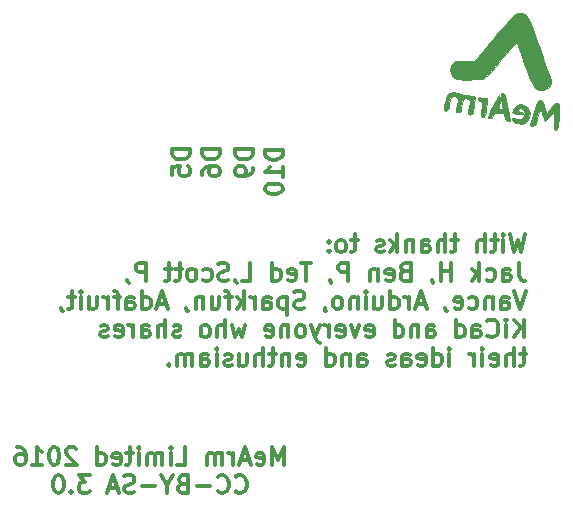
<source format=gbo>
G04 #@! TF.FileFunction,Legend,Bot*
%FSLAX46Y46*%
G04 Gerber Fmt 4.6, Leading zero omitted, Abs format (unit mm)*
G04 Created by KiCad (PCBNEW (2015-01-16 BZR 5376)-product) date 3/31/2016 12:49:39 PM*
%MOMM*%
G01*
G04 APERTURE LIST*
%ADD10C,0.100000*%
%ADD11C,0.300000*%
%ADD12C,2.000000*%
%ADD13R,2.000000X2.000000*%
%ADD14R,2.032000X1.727200*%
%ADD15O,2.032000X1.727200*%
%ADD16C,0.300000*%
%ADD17C,4.800600*%
%ADD18R,4.800600X4.800600*%
%ADD19C,2.750000*%
%ADD20R,1.727200X1.727200*%
%ADD21O,1.727200X1.727200*%
G04 APERTURE END LIST*
D10*
D11*
X132621427Y-119078571D02*
X132621427Y-117578571D01*
X132121427Y-118650000D01*
X131621427Y-117578571D01*
X131621427Y-119078571D01*
X130335713Y-119007143D02*
X130478570Y-119078571D01*
X130764284Y-119078571D01*
X130907141Y-119007143D01*
X130978570Y-118864286D01*
X130978570Y-118292857D01*
X130907141Y-118150000D01*
X130764284Y-118078571D01*
X130478570Y-118078571D01*
X130335713Y-118150000D01*
X130264284Y-118292857D01*
X130264284Y-118435714D01*
X130978570Y-118578571D01*
X129692856Y-118650000D02*
X128978570Y-118650000D01*
X129835713Y-119078571D02*
X129335713Y-117578571D01*
X128835713Y-119078571D01*
X128335713Y-119078571D02*
X128335713Y-118078571D01*
X128335713Y-118364286D02*
X128264285Y-118221429D01*
X128192856Y-118150000D01*
X128049999Y-118078571D01*
X127907142Y-118078571D01*
X127407142Y-119078571D02*
X127407142Y-118078571D01*
X127407142Y-118221429D02*
X127335714Y-118150000D01*
X127192856Y-118078571D01*
X126978571Y-118078571D01*
X126835714Y-118150000D01*
X126764285Y-118292857D01*
X126764285Y-119078571D01*
X126764285Y-118292857D02*
X126692856Y-118150000D01*
X126549999Y-118078571D01*
X126335714Y-118078571D01*
X126192856Y-118150000D01*
X126121428Y-118292857D01*
X126121428Y-119078571D01*
X123549999Y-119078571D02*
X124264285Y-119078571D01*
X124264285Y-117578571D01*
X123049999Y-119078571D02*
X123049999Y-118078571D01*
X123049999Y-117578571D02*
X123121428Y-117650000D01*
X123049999Y-117721429D01*
X122978571Y-117650000D01*
X123049999Y-117578571D01*
X123049999Y-117721429D01*
X122335713Y-119078571D02*
X122335713Y-118078571D01*
X122335713Y-118221429D02*
X122264285Y-118150000D01*
X122121427Y-118078571D01*
X121907142Y-118078571D01*
X121764285Y-118150000D01*
X121692856Y-118292857D01*
X121692856Y-119078571D01*
X121692856Y-118292857D02*
X121621427Y-118150000D01*
X121478570Y-118078571D01*
X121264285Y-118078571D01*
X121121427Y-118150000D01*
X121049999Y-118292857D01*
X121049999Y-119078571D01*
X120335713Y-119078571D02*
X120335713Y-118078571D01*
X120335713Y-117578571D02*
X120407142Y-117650000D01*
X120335713Y-117721429D01*
X120264285Y-117650000D01*
X120335713Y-117578571D01*
X120335713Y-117721429D01*
X119835713Y-118078571D02*
X119264284Y-118078571D01*
X119621427Y-117578571D02*
X119621427Y-118864286D01*
X119549999Y-119007143D01*
X119407141Y-119078571D01*
X119264284Y-119078571D01*
X118192856Y-119007143D02*
X118335713Y-119078571D01*
X118621427Y-119078571D01*
X118764284Y-119007143D01*
X118835713Y-118864286D01*
X118835713Y-118292857D01*
X118764284Y-118150000D01*
X118621427Y-118078571D01*
X118335713Y-118078571D01*
X118192856Y-118150000D01*
X118121427Y-118292857D01*
X118121427Y-118435714D01*
X118835713Y-118578571D01*
X116835713Y-119078571D02*
X116835713Y-117578571D01*
X116835713Y-119007143D02*
X116978570Y-119078571D01*
X117264284Y-119078571D01*
X117407142Y-119007143D01*
X117478570Y-118935714D01*
X117549999Y-118792857D01*
X117549999Y-118364286D01*
X117478570Y-118221429D01*
X117407142Y-118150000D01*
X117264284Y-118078571D01*
X116978570Y-118078571D01*
X116835713Y-118150000D01*
X115049999Y-117721429D02*
X114978570Y-117650000D01*
X114835713Y-117578571D01*
X114478570Y-117578571D01*
X114335713Y-117650000D01*
X114264284Y-117721429D01*
X114192856Y-117864286D01*
X114192856Y-118007143D01*
X114264284Y-118221429D01*
X115121427Y-119078571D01*
X114192856Y-119078571D01*
X113264285Y-117578571D02*
X113121428Y-117578571D01*
X112978571Y-117650000D01*
X112907142Y-117721429D01*
X112835713Y-117864286D01*
X112764285Y-118150000D01*
X112764285Y-118507143D01*
X112835713Y-118792857D01*
X112907142Y-118935714D01*
X112978571Y-119007143D01*
X113121428Y-119078571D01*
X113264285Y-119078571D01*
X113407142Y-119007143D01*
X113478571Y-118935714D01*
X113549999Y-118792857D01*
X113621428Y-118507143D01*
X113621428Y-118150000D01*
X113549999Y-117864286D01*
X113478571Y-117721429D01*
X113407142Y-117650000D01*
X113264285Y-117578571D01*
X111335714Y-119078571D02*
X112192857Y-119078571D01*
X111764285Y-119078571D02*
X111764285Y-117578571D01*
X111907142Y-117792857D01*
X112050000Y-117935714D01*
X112192857Y-118007143D01*
X110050000Y-117578571D02*
X110335714Y-117578571D01*
X110478571Y-117650000D01*
X110550000Y-117721429D01*
X110692857Y-117935714D01*
X110764286Y-118221429D01*
X110764286Y-118792857D01*
X110692857Y-118935714D01*
X110621429Y-119007143D01*
X110478571Y-119078571D01*
X110192857Y-119078571D01*
X110050000Y-119007143D01*
X109978571Y-118935714D01*
X109907143Y-118792857D01*
X109907143Y-118435714D01*
X109978571Y-118292857D01*
X110050000Y-118221429D01*
X110192857Y-118150000D01*
X110478571Y-118150000D01*
X110621429Y-118221429D01*
X110692857Y-118292857D01*
X110764286Y-118435714D01*
X128549999Y-121335714D02*
X128621428Y-121407143D01*
X128835714Y-121478571D01*
X128978571Y-121478571D01*
X129192856Y-121407143D01*
X129335714Y-121264286D01*
X129407142Y-121121429D01*
X129478571Y-120835714D01*
X129478571Y-120621429D01*
X129407142Y-120335714D01*
X129335714Y-120192857D01*
X129192856Y-120050000D01*
X128978571Y-119978571D01*
X128835714Y-119978571D01*
X128621428Y-120050000D01*
X128549999Y-120121429D01*
X127049999Y-121335714D02*
X127121428Y-121407143D01*
X127335714Y-121478571D01*
X127478571Y-121478571D01*
X127692856Y-121407143D01*
X127835714Y-121264286D01*
X127907142Y-121121429D01*
X127978571Y-120835714D01*
X127978571Y-120621429D01*
X127907142Y-120335714D01*
X127835714Y-120192857D01*
X127692856Y-120050000D01*
X127478571Y-119978571D01*
X127335714Y-119978571D01*
X127121428Y-120050000D01*
X127049999Y-120121429D01*
X126407142Y-120907143D02*
X125264285Y-120907143D01*
X124049999Y-120692857D02*
X123835713Y-120764286D01*
X123764285Y-120835714D01*
X123692856Y-120978571D01*
X123692856Y-121192857D01*
X123764285Y-121335714D01*
X123835713Y-121407143D01*
X123978571Y-121478571D01*
X124549999Y-121478571D01*
X124549999Y-119978571D01*
X124049999Y-119978571D01*
X123907142Y-120050000D01*
X123835713Y-120121429D01*
X123764285Y-120264286D01*
X123764285Y-120407143D01*
X123835713Y-120550000D01*
X123907142Y-120621429D01*
X124049999Y-120692857D01*
X124549999Y-120692857D01*
X122764285Y-120764286D02*
X122764285Y-121478571D01*
X123264285Y-119978571D02*
X122764285Y-120764286D01*
X122264285Y-119978571D01*
X121764285Y-120907143D02*
X120621428Y-120907143D01*
X119978571Y-121407143D02*
X119764285Y-121478571D01*
X119407142Y-121478571D01*
X119264285Y-121407143D01*
X119192856Y-121335714D01*
X119121428Y-121192857D01*
X119121428Y-121050000D01*
X119192856Y-120907143D01*
X119264285Y-120835714D01*
X119407142Y-120764286D01*
X119692856Y-120692857D01*
X119835714Y-120621429D01*
X119907142Y-120550000D01*
X119978571Y-120407143D01*
X119978571Y-120264286D01*
X119907142Y-120121429D01*
X119835714Y-120050000D01*
X119692856Y-119978571D01*
X119335714Y-119978571D01*
X119121428Y-120050000D01*
X118550000Y-121050000D02*
X117835714Y-121050000D01*
X118692857Y-121478571D02*
X118192857Y-119978571D01*
X117692857Y-121478571D01*
X116192857Y-119978571D02*
X115264286Y-119978571D01*
X115764286Y-120550000D01*
X115550000Y-120550000D01*
X115407143Y-120621429D01*
X115335714Y-120692857D01*
X115264286Y-120835714D01*
X115264286Y-121192857D01*
X115335714Y-121335714D01*
X115407143Y-121407143D01*
X115550000Y-121478571D01*
X115978572Y-121478571D01*
X116121429Y-121407143D01*
X116192857Y-121335714D01*
X114621429Y-121335714D02*
X114550001Y-121407143D01*
X114621429Y-121478571D01*
X114692858Y-121407143D01*
X114621429Y-121335714D01*
X114621429Y-121478571D01*
X113621429Y-119978571D02*
X113478572Y-119978571D01*
X113335715Y-120050000D01*
X113264286Y-120121429D01*
X113192857Y-120264286D01*
X113121429Y-120550000D01*
X113121429Y-120907143D01*
X113192857Y-121192857D01*
X113264286Y-121335714D01*
X113335715Y-121407143D01*
X113478572Y-121478571D01*
X113621429Y-121478571D01*
X113764286Y-121407143D01*
X113835715Y-121335714D01*
X113907143Y-121192857D01*
X113978572Y-120907143D01*
X113978572Y-120550000D01*
X113907143Y-120264286D01*
X113835715Y-120121429D01*
X113764286Y-120050000D01*
X113621429Y-119978571D01*
X153085714Y-99578571D02*
X152728571Y-101078571D01*
X152442857Y-100007143D01*
X152157143Y-101078571D01*
X151800000Y-99578571D01*
X151228571Y-101078571D02*
X151228571Y-100078571D01*
X151228571Y-99578571D02*
X151300000Y-99650000D01*
X151228571Y-99721429D01*
X151157143Y-99650000D01*
X151228571Y-99578571D01*
X151228571Y-99721429D01*
X150728571Y-100078571D02*
X150157142Y-100078571D01*
X150514285Y-99578571D02*
X150514285Y-100864286D01*
X150442857Y-101007143D01*
X150299999Y-101078571D01*
X150157142Y-101078571D01*
X149657142Y-101078571D02*
X149657142Y-99578571D01*
X149014285Y-101078571D02*
X149014285Y-100292857D01*
X149085714Y-100150000D01*
X149228571Y-100078571D01*
X149442856Y-100078571D01*
X149585714Y-100150000D01*
X149657142Y-100221429D01*
X147371428Y-100078571D02*
X146799999Y-100078571D01*
X147157142Y-99578571D02*
X147157142Y-100864286D01*
X147085714Y-101007143D01*
X146942856Y-101078571D01*
X146799999Y-101078571D01*
X146299999Y-101078571D02*
X146299999Y-99578571D01*
X145657142Y-101078571D02*
X145657142Y-100292857D01*
X145728571Y-100150000D01*
X145871428Y-100078571D01*
X146085713Y-100078571D01*
X146228571Y-100150000D01*
X146299999Y-100221429D01*
X144299999Y-101078571D02*
X144299999Y-100292857D01*
X144371428Y-100150000D01*
X144514285Y-100078571D01*
X144799999Y-100078571D01*
X144942856Y-100150000D01*
X144299999Y-101007143D02*
X144442856Y-101078571D01*
X144799999Y-101078571D01*
X144942856Y-101007143D01*
X145014285Y-100864286D01*
X145014285Y-100721429D01*
X144942856Y-100578571D01*
X144799999Y-100507143D01*
X144442856Y-100507143D01*
X144299999Y-100435714D01*
X143585713Y-100078571D02*
X143585713Y-101078571D01*
X143585713Y-100221429D02*
X143514285Y-100150000D01*
X143371427Y-100078571D01*
X143157142Y-100078571D01*
X143014285Y-100150000D01*
X142942856Y-100292857D01*
X142942856Y-101078571D01*
X142228570Y-101078571D02*
X142228570Y-99578571D01*
X142085713Y-100507143D02*
X141657142Y-101078571D01*
X141657142Y-100078571D02*
X142228570Y-100650000D01*
X141085713Y-101007143D02*
X140942856Y-101078571D01*
X140657141Y-101078571D01*
X140514284Y-101007143D01*
X140442856Y-100864286D01*
X140442856Y-100792857D01*
X140514284Y-100650000D01*
X140657141Y-100578571D01*
X140871427Y-100578571D01*
X141014284Y-100507143D01*
X141085713Y-100364286D01*
X141085713Y-100292857D01*
X141014284Y-100150000D01*
X140871427Y-100078571D01*
X140657141Y-100078571D01*
X140514284Y-100150000D01*
X138871427Y-100078571D02*
X138299998Y-100078571D01*
X138657141Y-99578571D02*
X138657141Y-100864286D01*
X138585713Y-101007143D01*
X138442855Y-101078571D01*
X138299998Y-101078571D01*
X137585712Y-101078571D02*
X137728570Y-101007143D01*
X137799998Y-100935714D01*
X137871427Y-100792857D01*
X137871427Y-100364286D01*
X137799998Y-100221429D01*
X137728570Y-100150000D01*
X137585712Y-100078571D01*
X137371427Y-100078571D01*
X137228570Y-100150000D01*
X137157141Y-100221429D01*
X137085712Y-100364286D01*
X137085712Y-100792857D01*
X137157141Y-100935714D01*
X137228570Y-101007143D01*
X137371427Y-101078571D01*
X137585712Y-101078571D01*
X136442855Y-100935714D02*
X136371427Y-101007143D01*
X136442855Y-101078571D01*
X136514284Y-101007143D01*
X136442855Y-100935714D01*
X136442855Y-101078571D01*
X136442855Y-100150000D02*
X136371427Y-100221429D01*
X136442855Y-100292857D01*
X136514284Y-100221429D01*
X136442855Y-100150000D01*
X136442855Y-100292857D01*
X152514286Y-101978571D02*
X152514286Y-103050000D01*
X152585714Y-103264286D01*
X152728571Y-103407143D01*
X152942857Y-103478571D01*
X153085714Y-103478571D01*
X151157143Y-103478571D02*
X151157143Y-102692857D01*
X151228572Y-102550000D01*
X151371429Y-102478571D01*
X151657143Y-102478571D01*
X151800000Y-102550000D01*
X151157143Y-103407143D02*
X151300000Y-103478571D01*
X151657143Y-103478571D01*
X151800000Y-103407143D01*
X151871429Y-103264286D01*
X151871429Y-103121429D01*
X151800000Y-102978571D01*
X151657143Y-102907143D01*
X151300000Y-102907143D01*
X151157143Y-102835714D01*
X149800000Y-103407143D02*
X149942857Y-103478571D01*
X150228571Y-103478571D01*
X150371429Y-103407143D01*
X150442857Y-103335714D01*
X150514286Y-103192857D01*
X150514286Y-102764286D01*
X150442857Y-102621429D01*
X150371429Y-102550000D01*
X150228571Y-102478571D01*
X149942857Y-102478571D01*
X149800000Y-102550000D01*
X149157143Y-103478571D02*
X149157143Y-101978571D01*
X149014286Y-102907143D02*
X148585715Y-103478571D01*
X148585715Y-102478571D02*
X149157143Y-103050000D01*
X146800000Y-103478571D02*
X146800000Y-101978571D01*
X146800000Y-102692857D02*
X145942857Y-102692857D01*
X145942857Y-103478571D02*
X145942857Y-101978571D01*
X145157143Y-103407143D02*
X145157143Y-103478571D01*
X145228571Y-103621429D01*
X145300000Y-103692857D01*
X142871428Y-102692857D02*
X142657142Y-102764286D01*
X142585714Y-102835714D01*
X142514285Y-102978571D01*
X142514285Y-103192857D01*
X142585714Y-103335714D01*
X142657142Y-103407143D01*
X142800000Y-103478571D01*
X143371428Y-103478571D01*
X143371428Y-101978571D01*
X142871428Y-101978571D01*
X142728571Y-102050000D01*
X142657142Y-102121429D01*
X142585714Y-102264286D01*
X142585714Y-102407143D01*
X142657142Y-102550000D01*
X142728571Y-102621429D01*
X142871428Y-102692857D01*
X143371428Y-102692857D01*
X141300000Y-103407143D02*
X141442857Y-103478571D01*
X141728571Y-103478571D01*
X141871428Y-103407143D01*
X141942857Y-103264286D01*
X141942857Y-102692857D01*
X141871428Y-102550000D01*
X141728571Y-102478571D01*
X141442857Y-102478571D01*
X141300000Y-102550000D01*
X141228571Y-102692857D01*
X141228571Y-102835714D01*
X141942857Y-102978571D01*
X140585714Y-102478571D02*
X140585714Y-103478571D01*
X140585714Y-102621429D02*
X140514286Y-102550000D01*
X140371428Y-102478571D01*
X140157143Y-102478571D01*
X140014286Y-102550000D01*
X139942857Y-102692857D01*
X139942857Y-103478571D01*
X138085714Y-103478571D02*
X138085714Y-101978571D01*
X137514286Y-101978571D01*
X137371428Y-102050000D01*
X137300000Y-102121429D01*
X137228571Y-102264286D01*
X137228571Y-102478571D01*
X137300000Y-102621429D01*
X137371428Y-102692857D01*
X137514286Y-102764286D01*
X138085714Y-102764286D01*
X136514286Y-103407143D02*
X136514286Y-103478571D01*
X136585714Y-103621429D01*
X136657143Y-103692857D01*
X134942857Y-101978571D02*
X134085714Y-101978571D01*
X134514285Y-103478571D02*
X134514285Y-101978571D01*
X133014286Y-103407143D02*
X133157143Y-103478571D01*
X133442857Y-103478571D01*
X133585714Y-103407143D01*
X133657143Y-103264286D01*
X133657143Y-102692857D01*
X133585714Y-102550000D01*
X133442857Y-102478571D01*
X133157143Y-102478571D01*
X133014286Y-102550000D01*
X132942857Y-102692857D01*
X132942857Y-102835714D01*
X133657143Y-102978571D01*
X131657143Y-103478571D02*
X131657143Y-101978571D01*
X131657143Y-103407143D02*
X131800000Y-103478571D01*
X132085714Y-103478571D01*
X132228572Y-103407143D01*
X132300000Y-103335714D01*
X132371429Y-103192857D01*
X132371429Y-102764286D01*
X132300000Y-102621429D01*
X132228572Y-102550000D01*
X132085714Y-102478571D01*
X131800000Y-102478571D01*
X131657143Y-102550000D01*
X129085714Y-103478571D02*
X129800000Y-103478571D01*
X129800000Y-101978571D01*
X128514286Y-103407143D02*
X128514286Y-103478571D01*
X128585714Y-103621429D01*
X128657143Y-103692857D01*
X127942857Y-103407143D02*
X127728571Y-103478571D01*
X127371428Y-103478571D01*
X127228571Y-103407143D01*
X127157142Y-103335714D01*
X127085714Y-103192857D01*
X127085714Y-103050000D01*
X127157142Y-102907143D01*
X127228571Y-102835714D01*
X127371428Y-102764286D01*
X127657142Y-102692857D01*
X127800000Y-102621429D01*
X127871428Y-102550000D01*
X127942857Y-102407143D01*
X127942857Y-102264286D01*
X127871428Y-102121429D01*
X127800000Y-102050000D01*
X127657142Y-101978571D01*
X127300000Y-101978571D01*
X127085714Y-102050000D01*
X125800000Y-103407143D02*
X125942857Y-103478571D01*
X126228571Y-103478571D01*
X126371429Y-103407143D01*
X126442857Y-103335714D01*
X126514286Y-103192857D01*
X126514286Y-102764286D01*
X126442857Y-102621429D01*
X126371429Y-102550000D01*
X126228571Y-102478571D01*
X125942857Y-102478571D01*
X125800000Y-102550000D01*
X124942857Y-103478571D02*
X125085715Y-103407143D01*
X125157143Y-103335714D01*
X125228572Y-103192857D01*
X125228572Y-102764286D01*
X125157143Y-102621429D01*
X125085715Y-102550000D01*
X124942857Y-102478571D01*
X124728572Y-102478571D01*
X124585715Y-102550000D01*
X124514286Y-102621429D01*
X124442857Y-102764286D01*
X124442857Y-103192857D01*
X124514286Y-103335714D01*
X124585715Y-103407143D01*
X124728572Y-103478571D01*
X124942857Y-103478571D01*
X124014286Y-102478571D02*
X123442857Y-102478571D01*
X123800000Y-101978571D02*
X123800000Y-103264286D01*
X123728572Y-103407143D01*
X123585714Y-103478571D01*
X123442857Y-103478571D01*
X123157143Y-102478571D02*
X122585714Y-102478571D01*
X122942857Y-101978571D02*
X122942857Y-103264286D01*
X122871429Y-103407143D01*
X122728571Y-103478571D01*
X122585714Y-103478571D01*
X120942857Y-103478571D02*
X120942857Y-101978571D01*
X120371429Y-101978571D01*
X120228571Y-102050000D01*
X120157143Y-102121429D01*
X120085714Y-102264286D01*
X120085714Y-102478571D01*
X120157143Y-102621429D01*
X120228571Y-102692857D01*
X120371429Y-102764286D01*
X120942857Y-102764286D01*
X119371429Y-103407143D02*
X119371429Y-103478571D01*
X119442857Y-103621429D01*
X119514286Y-103692857D01*
X153157143Y-104378571D02*
X152657143Y-105878571D01*
X152157143Y-104378571D01*
X151014286Y-105878571D02*
X151014286Y-105092857D01*
X151085715Y-104950000D01*
X151228572Y-104878571D01*
X151514286Y-104878571D01*
X151657143Y-104950000D01*
X151014286Y-105807143D02*
X151157143Y-105878571D01*
X151514286Y-105878571D01*
X151657143Y-105807143D01*
X151728572Y-105664286D01*
X151728572Y-105521429D01*
X151657143Y-105378571D01*
X151514286Y-105307143D01*
X151157143Y-105307143D01*
X151014286Y-105235714D01*
X150300000Y-104878571D02*
X150300000Y-105878571D01*
X150300000Y-105021429D02*
X150228572Y-104950000D01*
X150085714Y-104878571D01*
X149871429Y-104878571D01*
X149728572Y-104950000D01*
X149657143Y-105092857D01*
X149657143Y-105878571D01*
X148300000Y-105807143D02*
X148442857Y-105878571D01*
X148728571Y-105878571D01*
X148871429Y-105807143D01*
X148942857Y-105735714D01*
X149014286Y-105592857D01*
X149014286Y-105164286D01*
X148942857Y-105021429D01*
X148871429Y-104950000D01*
X148728571Y-104878571D01*
X148442857Y-104878571D01*
X148300000Y-104950000D01*
X147085715Y-105807143D02*
X147228572Y-105878571D01*
X147514286Y-105878571D01*
X147657143Y-105807143D01*
X147728572Y-105664286D01*
X147728572Y-105092857D01*
X147657143Y-104950000D01*
X147514286Y-104878571D01*
X147228572Y-104878571D01*
X147085715Y-104950000D01*
X147014286Y-105092857D01*
X147014286Y-105235714D01*
X147728572Y-105378571D01*
X146300001Y-105807143D02*
X146300001Y-105878571D01*
X146371429Y-106021429D01*
X146442858Y-106092857D01*
X144585715Y-105450000D02*
X143871429Y-105450000D01*
X144728572Y-105878571D02*
X144228572Y-104378571D01*
X143728572Y-105878571D01*
X143228572Y-105878571D02*
X143228572Y-104878571D01*
X143228572Y-105164286D02*
X143157144Y-105021429D01*
X143085715Y-104950000D01*
X142942858Y-104878571D01*
X142800001Y-104878571D01*
X141657144Y-105878571D02*
X141657144Y-104378571D01*
X141657144Y-105807143D02*
X141800001Y-105878571D01*
X142085715Y-105878571D01*
X142228573Y-105807143D01*
X142300001Y-105735714D01*
X142371430Y-105592857D01*
X142371430Y-105164286D01*
X142300001Y-105021429D01*
X142228573Y-104950000D01*
X142085715Y-104878571D01*
X141800001Y-104878571D01*
X141657144Y-104950000D01*
X140300001Y-104878571D02*
X140300001Y-105878571D01*
X140942858Y-104878571D02*
X140942858Y-105664286D01*
X140871430Y-105807143D01*
X140728572Y-105878571D01*
X140514287Y-105878571D01*
X140371430Y-105807143D01*
X140300001Y-105735714D01*
X139585715Y-105878571D02*
X139585715Y-104878571D01*
X139585715Y-104378571D02*
X139657144Y-104450000D01*
X139585715Y-104521429D01*
X139514287Y-104450000D01*
X139585715Y-104378571D01*
X139585715Y-104521429D01*
X138871429Y-104878571D02*
X138871429Y-105878571D01*
X138871429Y-105021429D02*
X138800001Y-104950000D01*
X138657143Y-104878571D01*
X138442858Y-104878571D01*
X138300001Y-104950000D01*
X138228572Y-105092857D01*
X138228572Y-105878571D01*
X137300000Y-105878571D02*
X137442858Y-105807143D01*
X137514286Y-105735714D01*
X137585715Y-105592857D01*
X137585715Y-105164286D01*
X137514286Y-105021429D01*
X137442858Y-104950000D01*
X137300000Y-104878571D01*
X137085715Y-104878571D01*
X136942858Y-104950000D01*
X136871429Y-105021429D01*
X136800000Y-105164286D01*
X136800000Y-105592857D01*
X136871429Y-105735714D01*
X136942858Y-105807143D01*
X137085715Y-105878571D01*
X137300000Y-105878571D01*
X136085715Y-105807143D02*
X136085715Y-105878571D01*
X136157143Y-106021429D01*
X136228572Y-106092857D01*
X134371429Y-105807143D02*
X134157143Y-105878571D01*
X133800000Y-105878571D01*
X133657143Y-105807143D01*
X133585714Y-105735714D01*
X133514286Y-105592857D01*
X133514286Y-105450000D01*
X133585714Y-105307143D01*
X133657143Y-105235714D01*
X133800000Y-105164286D01*
X134085714Y-105092857D01*
X134228572Y-105021429D01*
X134300000Y-104950000D01*
X134371429Y-104807143D01*
X134371429Y-104664286D01*
X134300000Y-104521429D01*
X134228572Y-104450000D01*
X134085714Y-104378571D01*
X133728572Y-104378571D01*
X133514286Y-104450000D01*
X132871429Y-104878571D02*
X132871429Y-106378571D01*
X132871429Y-104950000D02*
X132728572Y-104878571D01*
X132442858Y-104878571D01*
X132300001Y-104950000D01*
X132228572Y-105021429D01*
X132157143Y-105164286D01*
X132157143Y-105592857D01*
X132228572Y-105735714D01*
X132300001Y-105807143D01*
X132442858Y-105878571D01*
X132728572Y-105878571D01*
X132871429Y-105807143D01*
X130871429Y-105878571D02*
X130871429Y-105092857D01*
X130942858Y-104950000D01*
X131085715Y-104878571D01*
X131371429Y-104878571D01*
X131514286Y-104950000D01*
X130871429Y-105807143D02*
X131014286Y-105878571D01*
X131371429Y-105878571D01*
X131514286Y-105807143D01*
X131585715Y-105664286D01*
X131585715Y-105521429D01*
X131514286Y-105378571D01*
X131371429Y-105307143D01*
X131014286Y-105307143D01*
X130871429Y-105235714D01*
X130157143Y-105878571D02*
X130157143Y-104878571D01*
X130157143Y-105164286D02*
X130085715Y-105021429D01*
X130014286Y-104950000D01*
X129871429Y-104878571D01*
X129728572Y-104878571D01*
X129228572Y-105878571D02*
X129228572Y-104378571D01*
X129085715Y-105307143D02*
X128657144Y-105878571D01*
X128657144Y-104878571D02*
X129228572Y-105450000D01*
X128228572Y-104878571D02*
X127657143Y-104878571D01*
X128014286Y-105878571D02*
X128014286Y-104592857D01*
X127942858Y-104450000D01*
X127800000Y-104378571D01*
X127657143Y-104378571D01*
X126514286Y-104878571D02*
X126514286Y-105878571D01*
X127157143Y-104878571D02*
X127157143Y-105664286D01*
X127085715Y-105807143D01*
X126942857Y-105878571D01*
X126728572Y-105878571D01*
X126585715Y-105807143D01*
X126514286Y-105735714D01*
X125800000Y-104878571D02*
X125800000Y-105878571D01*
X125800000Y-105021429D02*
X125728572Y-104950000D01*
X125585714Y-104878571D01*
X125371429Y-104878571D01*
X125228572Y-104950000D01*
X125157143Y-105092857D01*
X125157143Y-105878571D01*
X124371429Y-105807143D02*
X124371429Y-105878571D01*
X124442857Y-106021429D01*
X124514286Y-106092857D01*
X122657143Y-105450000D02*
X121942857Y-105450000D01*
X122800000Y-105878571D02*
X122300000Y-104378571D01*
X121800000Y-105878571D01*
X120657143Y-105878571D02*
X120657143Y-104378571D01*
X120657143Y-105807143D02*
X120800000Y-105878571D01*
X121085714Y-105878571D01*
X121228572Y-105807143D01*
X121300000Y-105735714D01*
X121371429Y-105592857D01*
X121371429Y-105164286D01*
X121300000Y-105021429D01*
X121228572Y-104950000D01*
X121085714Y-104878571D01*
X120800000Y-104878571D01*
X120657143Y-104950000D01*
X119300000Y-105878571D02*
X119300000Y-105092857D01*
X119371429Y-104950000D01*
X119514286Y-104878571D01*
X119800000Y-104878571D01*
X119942857Y-104950000D01*
X119300000Y-105807143D02*
X119442857Y-105878571D01*
X119800000Y-105878571D01*
X119942857Y-105807143D01*
X120014286Y-105664286D01*
X120014286Y-105521429D01*
X119942857Y-105378571D01*
X119800000Y-105307143D01*
X119442857Y-105307143D01*
X119300000Y-105235714D01*
X118800000Y-104878571D02*
X118228571Y-104878571D01*
X118585714Y-105878571D02*
X118585714Y-104592857D01*
X118514286Y-104450000D01*
X118371428Y-104378571D01*
X118228571Y-104378571D01*
X117728571Y-105878571D02*
X117728571Y-104878571D01*
X117728571Y-105164286D02*
X117657143Y-105021429D01*
X117585714Y-104950000D01*
X117442857Y-104878571D01*
X117300000Y-104878571D01*
X116157143Y-104878571D02*
X116157143Y-105878571D01*
X116800000Y-104878571D02*
X116800000Y-105664286D01*
X116728572Y-105807143D01*
X116585714Y-105878571D01*
X116371429Y-105878571D01*
X116228572Y-105807143D01*
X116157143Y-105735714D01*
X115442857Y-105878571D02*
X115442857Y-104878571D01*
X115442857Y-104378571D02*
X115514286Y-104450000D01*
X115442857Y-104521429D01*
X115371429Y-104450000D01*
X115442857Y-104378571D01*
X115442857Y-104521429D01*
X114942857Y-104878571D02*
X114371428Y-104878571D01*
X114728571Y-104378571D02*
X114728571Y-105664286D01*
X114657143Y-105807143D01*
X114514285Y-105878571D01*
X114371428Y-105878571D01*
X113800000Y-105807143D02*
X113800000Y-105878571D01*
X113871428Y-106021429D01*
X113942857Y-106092857D01*
X152942857Y-108278571D02*
X152942857Y-106778571D01*
X152085714Y-108278571D02*
X152728571Y-107421429D01*
X152085714Y-106778571D02*
X152942857Y-107635714D01*
X151442857Y-108278571D02*
X151442857Y-107278571D01*
X151442857Y-106778571D02*
X151514286Y-106850000D01*
X151442857Y-106921429D01*
X151371429Y-106850000D01*
X151442857Y-106778571D01*
X151442857Y-106921429D01*
X149871428Y-108135714D02*
X149942857Y-108207143D01*
X150157143Y-108278571D01*
X150300000Y-108278571D01*
X150514285Y-108207143D01*
X150657143Y-108064286D01*
X150728571Y-107921429D01*
X150800000Y-107635714D01*
X150800000Y-107421429D01*
X150728571Y-107135714D01*
X150657143Y-106992857D01*
X150514285Y-106850000D01*
X150300000Y-106778571D01*
X150157143Y-106778571D01*
X149942857Y-106850000D01*
X149871428Y-106921429D01*
X148585714Y-108278571D02*
X148585714Y-107492857D01*
X148657143Y-107350000D01*
X148800000Y-107278571D01*
X149085714Y-107278571D01*
X149228571Y-107350000D01*
X148585714Y-108207143D02*
X148728571Y-108278571D01*
X149085714Y-108278571D01*
X149228571Y-108207143D01*
X149300000Y-108064286D01*
X149300000Y-107921429D01*
X149228571Y-107778571D01*
X149085714Y-107707143D01*
X148728571Y-107707143D01*
X148585714Y-107635714D01*
X147228571Y-108278571D02*
X147228571Y-106778571D01*
X147228571Y-108207143D02*
X147371428Y-108278571D01*
X147657142Y-108278571D01*
X147800000Y-108207143D01*
X147871428Y-108135714D01*
X147942857Y-107992857D01*
X147942857Y-107564286D01*
X147871428Y-107421429D01*
X147800000Y-107350000D01*
X147657142Y-107278571D01*
X147371428Y-107278571D01*
X147228571Y-107350000D01*
X144728571Y-108278571D02*
X144728571Y-107492857D01*
X144800000Y-107350000D01*
X144942857Y-107278571D01*
X145228571Y-107278571D01*
X145371428Y-107350000D01*
X144728571Y-108207143D02*
X144871428Y-108278571D01*
X145228571Y-108278571D01*
X145371428Y-108207143D01*
X145442857Y-108064286D01*
X145442857Y-107921429D01*
X145371428Y-107778571D01*
X145228571Y-107707143D01*
X144871428Y-107707143D01*
X144728571Y-107635714D01*
X144014285Y-107278571D02*
X144014285Y-108278571D01*
X144014285Y-107421429D02*
X143942857Y-107350000D01*
X143799999Y-107278571D01*
X143585714Y-107278571D01*
X143442857Y-107350000D01*
X143371428Y-107492857D01*
X143371428Y-108278571D01*
X142014285Y-108278571D02*
X142014285Y-106778571D01*
X142014285Y-108207143D02*
X142157142Y-108278571D01*
X142442856Y-108278571D01*
X142585714Y-108207143D01*
X142657142Y-108135714D01*
X142728571Y-107992857D01*
X142728571Y-107564286D01*
X142657142Y-107421429D01*
X142585714Y-107350000D01*
X142442856Y-107278571D01*
X142157142Y-107278571D01*
X142014285Y-107350000D01*
X139585714Y-108207143D02*
X139728571Y-108278571D01*
X140014285Y-108278571D01*
X140157142Y-108207143D01*
X140228571Y-108064286D01*
X140228571Y-107492857D01*
X140157142Y-107350000D01*
X140014285Y-107278571D01*
X139728571Y-107278571D01*
X139585714Y-107350000D01*
X139514285Y-107492857D01*
X139514285Y-107635714D01*
X140228571Y-107778571D01*
X139014285Y-107278571D02*
X138657142Y-108278571D01*
X138300000Y-107278571D01*
X137157143Y-108207143D02*
X137300000Y-108278571D01*
X137585714Y-108278571D01*
X137728571Y-108207143D01*
X137800000Y-108064286D01*
X137800000Y-107492857D01*
X137728571Y-107350000D01*
X137585714Y-107278571D01*
X137300000Y-107278571D01*
X137157143Y-107350000D01*
X137085714Y-107492857D01*
X137085714Y-107635714D01*
X137800000Y-107778571D01*
X136442857Y-108278571D02*
X136442857Y-107278571D01*
X136442857Y-107564286D02*
X136371429Y-107421429D01*
X136300000Y-107350000D01*
X136157143Y-107278571D01*
X136014286Y-107278571D01*
X135657143Y-107278571D02*
X135300000Y-108278571D01*
X134942858Y-107278571D02*
X135300000Y-108278571D01*
X135442858Y-108635714D01*
X135514286Y-108707143D01*
X135657143Y-108778571D01*
X134157143Y-108278571D02*
X134300001Y-108207143D01*
X134371429Y-108135714D01*
X134442858Y-107992857D01*
X134442858Y-107564286D01*
X134371429Y-107421429D01*
X134300001Y-107350000D01*
X134157143Y-107278571D01*
X133942858Y-107278571D01*
X133800001Y-107350000D01*
X133728572Y-107421429D01*
X133657143Y-107564286D01*
X133657143Y-107992857D01*
X133728572Y-108135714D01*
X133800001Y-108207143D01*
X133942858Y-108278571D01*
X134157143Y-108278571D01*
X133014286Y-107278571D02*
X133014286Y-108278571D01*
X133014286Y-107421429D02*
X132942858Y-107350000D01*
X132800000Y-107278571D01*
X132585715Y-107278571D01*
X132442858Y-107350000D01*
X132371429Y-107492857D01*
X132371429Y-108278571D01*
X131085715Y-108207143D02*
X131228572Y-108278571D01*
X131514286Y-108278571D01*
X131657143Y-108207143D01*
X131728572Y-108064286D01*
X131728572Y-107492857D01*
X131657143Y-107350000D01*
X131514286Y-107278571D01*
X131228572Y-107278571D01*
X131085715Y-107350000D01*
X131014286Y-107492857D01*
X131014286Y-107635714D01*
X131728572Y-107778571D01*
X129371429Y-107278571D02*
X129085715Y-108278571D01*
X128800001Y-107564286D01*
X128514286Y-108278571D01*
X128228572Y-107278571D01*
X127657143Y-108278571D02*
X127657143Y-106778571D01*
X127014286Y-108278571D02*
X127014286Y-107492857D01*
X127085715Y-107350000D01*
X127228572Y-107278571D01*
X127442857Y-107278571D01*
X127585715Y-107350000D01*
X127657143Y-107421429D01*
X126085714Y-108278571D02*
X126228572Y-108207143D01*
X126300000Y-108135714D01*
X126371429Y-107992857D01*
X126371429Y-107564286D01*
X126300000Y-107421429D01*
X126228572Y-107350000D01*
X126085714Y-107278571D01*
X125871429Y-107278571D01*
X125728572Y-107350000D01*
X125657143Y-107421429D01*
X125585714Y-107564286D01*
X125585714Y-107992857D01*
X125657143Y-108135714D01*
X125728572Y-108207143D01*
X125871429Y-108278571D01*
X126085714Y-108278571D01*
X123871429Y-108207143D02*
X123728572Y-108278571D01*
X123442857Y-108278571D01*
X123300000Y-108207143D01*
X123228572Y-108064286D01*
X123228572Y-107992857D01*
X123300000Y-107850000D01*
X123442857Y-107778571D01*
X123657143Y-107778571D01*
X123800000Y-107707143D01*
X123871429Y-107564286D01*
X123871429Y-107492857D01*
X123800000Y-107350000D01*
X123657143Y-107278571D01*
X123442857Y-107278571D01*
X123300000Y-107350000D01*
X122585714Y-108278571D02*
X122585714Y-106778571D01*
X121942857Y-108278571D02*
X121942857Y-107492857D01*
X122014286Y-107350000D01*
X122157143Y-107278571D01*
X122371428Y-107278571D01*
X122514286Y-107350000D01*
X122585714Y-107421429D01*
X120585714Y-108278571D02*
X120585714Y-107492857D01*
X120657143Y-107350000D01*
X120800000Y-107278571D01*
X121085714Y-107278571D01*
X121228571Y-107350000D01*
X120585714Y-108207143D02*
X120728571Y-108278571D01*
X121085714Y-108278571D01*
X121228571Y-108207143D01*
X121300000Y-108064286D01*
X121300000Y-107921429D01*
X121228571Y-107778571D01*
X121085714Y-107707143D01*
X120728571Y-107707143D01*
X120585714Y-107635714D01*
X119871428Y-108278571D02*
X119871428Y-107278571D01*
X119871428Y-107564286D02*
X119800000Y-107421429D01*
X119728571Y-107350000D01*
X119585714Y-107278571D01*
X119442857Y-107278571D01*
X118371429Y-108207143D02*
X118514286Y-108278571D01*
X118800000Y-108278571D01*
X118942857Y-108207143D01*
X119014286Y-108064286D01*
X119014286Y-107492857D01*
X118942857Y-107350000D01*
X118800000Y-107278571D01*
X118514286Y-107278571D01*
X118371429Y-107350000D01*
X118300000Y-107492857D01*
X118300000Y-107635714D01*
X119014286Y-107778571D01*
X117728572Y-108207143D02*
X117585715Y-108278571D01*
X117300000Y-108278571D01*
X117157143Y-108207143D01*
X117085715Y-108064286D01*
X117085715Y-107992857D01*
X117157143Y-107850000D01*
X117300000Y-107778571D01*
X117514286Y-107778571D01*
X117657143Y-107707143D01*
X117728572Y-107564286D01*
X117728572Y-107492857D01*
X117657143Y-107350000D01*
X117514286Y-107278571D01*
X117300000Y-107278571D01*
X117157143Y-107350000D01*
X153157143Y-109678571D02*
X152585714Y-109678571D01*
X152942857Y-109178571D02*
X152942857Y-110464286D01*
X152871429Y-110607143D01*
X152728571Y-110678571D01*
X152585714Y-110678571D01*
X152085714Y-110678571D02*
X152085714Y-109178571D01*
X151442857Y-110678571D02*
X151442857Y-109892857D01*
X151514286Y-109750000D01*
X151657143Y-109678571D01*
X151871428Y-109678571D01*
X152014286Y-109750000D01*
X152085714Y-109821429D01*
X150157143Y-110607143D02*
X150300000Y-110678571D01*
X150585714Y-110678571D01*
X150728571Y-110607143D01*
X150800000Y-110464286D01*
X150800000Y-109892857D01*
X150728571Y-109750000D01*
X150585714Y-109678571D01*
X150300000Y-109678571D01*
X150157143Y-109750000D01*
X150085714Y-109892857D01*
X150085714Y-110035714D01*
X150800000Y-110178571D01*
X149442857Y-110678571D02*
X149442857Y-109678571D01*
X149442857Y-109178571D02*
X149514286Y-109250000D01*
X149442857Y-109321429D01*
X149371429Y-109250000D01*
X149442857Y-109178571D01*
X149442857Y-109321429D01*
X148728571Y-110678571D02*
X148728571Y-109678571D01*
X148728571Y-109964286D02*
X148657143Y-109821429D01*
X148585714Y-109750000D01*
X148442857Y-109678571D01*
X148300000Y-109678571D01*
X146657143Y-110678571D02*
X146657143Y-109678571D01*
X146657143Y-109178571D02*
X146728572Y-109250000D01*
X146657143Y-109321429D01*
X146585715Y-109250000D01*
X146657143Y-109178571D01*
X146657143Y-109321429D01*
X145300000Y-110678571D02*
X145300000Y-109178571D01*
X145300000Y-110607143D02*
X145442857Y-110678571D01*
X145728571Y-110678571D01*
X145871429Y-110607143D01*
X145942857Y-110535714D01*
X146014286Y-110392857D01*
X146014286Y-109964286D01*
X145942857Y-109821429D01*
X145871429Y-109750000D01*
X145728571Y-109678571D01*
X145442857Y-109678571D01*
X145300000Y-109750000D01*
X144014286Y-110607143D02*
X144157143Y-110678571D01*
X144442857Y-110678571D01*
X144585714Y-110607143D01*
X144657143Y-110464286D01*
X144657143Y-109892857D01*
X144585714Y-109750000D01*
X144442857Y-109678571D01*
X144157143Y-109678571D01*
X144014286Y-109750000D01*
X143942857Y-109892857D01*
X143942857Y-110035714D01*
X144657143Y-110178571D01*
X142657143Y-110678571D02*
X142657143Y-109892857D01*
X142728572Y-109750000D01*
X142871429Y-109678571D01*
X143157143Y-109678571D01*
X143300000Y-109750000D01*
X142657143Y-110607143D02*
X142800000Y-110678571D01*
X143157143Y-110678571D01*
X143300000Y-110607143D01*
X143371429Y-110464286D01*
X143371429Y-110321429D01*
X143300000Y-110178571D01*
X143157143Y-110107143D01*
X142800000Y-110107143D01*
X142657143Y-110035714D01*
X142014286Y-110607143D02*
X141871429Y-110678571D01*
X141585714Y-110678571D01*
X141442857Y-110607143D01*
X141371429Y-110464286D01*
X141371429Y-110392857D01*
X141442857Y-110250000D01*
X141585714Y-110178571D01*
X141800000Y-110178571D01*
X141942857Y-110107143D01*
X142014286Y-109964286D01*
X142014286Y-109892857D01*
X141942857Y-109750000D01*
X141800000Y-109678571D01*
X141585714Y-109678571D01*
X141442857Y-109750000D01*
X138942857Y-110678571D02*
X138942857Y-109892857D01*
X139014286Y-109750000D01*
X139157143Y-109678571D01*
X139442857Y-109678571D01*
X139585714Y-109750000D01*
X138942857Y-110607143D02*
X139085714Y-110678571D01*
X139442857Y-110678571D01*
X139585714Y-110607143D01*
X139657143Y-110464286D01*
X139657143Y-110321429D01*
X139585714Y-110178571D01*
X139442857Y-110107143D01*
X139085714Y-110107143D01*
X138942857Y-110035714D01*
X138228571Y-109678571D02*
X138228571Y-110678571D01*
X138228571Y-109821429D02*
X138157143Y-109750000D01*
X138014285Y-109678571D01*
X137800000Y-109678571D01*
X137657143Y-109750000D01*
X137585714Y-109892857D01*
X137585714Y-110678571D01*
X136228571Y-110678571D02*
X136228571Y-109178571D01*
X136228571Y-110607143D02*
X136371428Y-110678571D01*
X136657142Y-110678571D01*
X136800000Y-110607143D01*
X136871428Y-110535714D01*
X136942857Y-110392857D01*
X136942857Y-109964286D01*
X136871428Y-109821429D01*
X136800000Y-109750000D01*
X136657142Y-109678571D01*
X136371428Y-109678571D01*
X136228571Y-109750000D01*
X133800000Y-110607143D02*
X133942857Y-110678571D01*
X134228571Y-110678571D01*
X134371428Y-110607143D01*
X134442857Y-110464286D01*
X134442857Y-109892857D01*
X134371428Y-109750000D01*
X134228571Y-109678571D01*
X133942857Y-109678571D01*
X133800000Y-109750000D01*
X133728571Y-109892857D01*
X133728571Y-110035714D01*
X134442857Y-110178571D01*
X133085714Y-109678571D02*
X133085714Y-110678571D01*
X133085714Y-109821429D02*
X133014286Y-109750000D01*
X132871428Y-109678571D01*
X132657143Y-109678571D01*
X132514286Y-109750000D01*
X132442857Y-109892857D01*
X132442857Y-110678571D01*
X131942857Y-109678571D02*
X131371428Y-109678571D01*
X131728571Y-109178571D02*
X131728571Y-110464286D01*
X131657143Y-110607143D01*
X131514285Y-110678571D01*
X131371428Y-110678571D01*
X130871428Y-110678571D02*
X130871428Y-109178571D01*
X130228571Y-110678571D02*
X130228571Y-109892857D01*
X130300000Y-109750000D01*
X130442857Y-109678571D01*
X130657142Y-109678571D01*
X130800000Y-109750000D01*
X130871428Y-109821429D01*
X128871428Y-109678571D02*
X128871428Y-110678571D01*
X129514285Y-109678571D02*
X129514285Y-110464286D01*
X129442857Y-110607143D01*
X129299999Y-110678571D01*
X129085714Y-110678571D01*
X128942857Y-110607143D01*
X128871428Y-110535714D01*
X128228571Y-110607143D02*
X128085714Y-110678571D01*
X127799999Y-110678571D01*
X127657142Y-110607143D01*
X127585714Y-110464286D01*
X127585714Y-110392857D01*
X127657142Y-110250000D01*
X127799999Y-110178571D01*
X128014285Y-110178571D01*
X128157142Y-110107143D01*
X128228571Y-109964286D01*
X128228571Y-109892857D01*
X128157142Y-109750000D01*
X128014285Y-109678571D01*
X127799999Y-109678571D01*
X127657142Y-109750000D01*
X126942856Y-110678571D02*
X126942856Y-109678571D01*
X126942856Y-109178571D02*
X127014285Y-109250000D01*
X126942856Y-109321429D01*
X126871428Y-109250000D01*
X126942856Y-109178571D01*
X126942856Y-109321429D01*
X125585713Y-110678571D02*
X125585713Y-109892857D01*
X125657142Y-109750000D01*
X125799999Y-109678571D01*
X126085713Y-109678571D01*
X126228570Y-109750000D01*
X125585713Y-110607143D02*
X125728570Y-110678571D01*
X126085713Y-110678571D01*
X126228570Y-110607143D01*
X126299999Y-110464286D01*
X126299999Y-110321429D01*
X126228570Y-110178571D01*
X126085713Y-110107143D01*
X125728570Y-110107143D01*
X125585713Y-110035714D01*
X124871427Y-110678571D02*
X124871427Y-109678571D01*
X124871427Y-109821429D02*
X124799999Y-109750000D01*
X124657141Y-109678571D01*
X124442856Y-109678571D01*
X124299999Y-109750000D01*
X124228570Y-109892857D01*
X124228570Y-110678571D01*
X124228570Y-109892857D02*
X124157141Y-109750000D01*
X124014284Y-109678571D01*
X123799999Y-109678571D01*
X123657141Y-109750000D01*
X123585713Y-109892857D01*
X123585713Y-110678571D01*
X122871427Y-110535714D02*
X122799999Y-110607143D01*
X122871427Y-110678571D01*
X122942856Y-110607143D01*
X122871427Y-110535714D01*
X122871427Y-110678571D01*
X124662571Y-92366858D02*
X123162571Y-92366858D01*
X123162571Y-92724001D01*
X123234000Y-92938286D01*
X123376857Y-93081144D01*
X123519714Y-93152572D01*
X123805429Y-93224001D01*
X124019714Y-93224001D01*
X124305429Y-93152572D01*
X124448286Y-93081144D01*
X124591143Y-92938286D01*
X124662571Y-92724001D01*
X124662571Y-92366858D01*
X123162571Y-94581144D02*
X123162571Y-93866858D01*
X123876857Y-93795429D01*
X123805429Y-93866858D01*
X123734000Y-94009715D01*
X123734000Y-94366858D01*
X123805429Y-94509715D01*
X123876857Y-94581144D01*
X124019714Y-94652572D01*
X124376857Y-94652572D01*
X124519714Y-94581144D01*
X124591143Y-94509715D01*
X124662571Y-94366858D01*
X124662571Y-94009715D01*
X124591143Y-93866858D01*
X124519714Y-93795429D01*
X127202571Y-92366858D02*
X125702571Y-92366858D01*
X125702571Y-92724001D01*
X125774000Y-92938286D01*
X125916857Y-93081144D01*
X126059714Y-93152572D01*
X126345429Y-93224001D01*
X126559714Y-93224001D01*
X126845429Y-93152572D01*
X126988286Y-93081144D01*
X127131143Y-92938286D01*
X127202571Y-92724001D01*
X127202571Y-92366858D01*
X125702571Y-94509715D02*
X125702571Y-94224001D01*
X125774000Y-94081144D01*
X125845429Y-94009715D01*
X126059714Y-93866858D01*
X126345429Y-93795429D01*
X126916857Y-93795429D01*
X127059714Y-93866858D01*
X127131143Y-93938286D01*
X127202571Y-94081144D01*
X127202571Y-94366858D01*
X127131143Y-94509715D01*
X127059714Y-94581144D01*
X126916857Y-94652572D01*
X126559714Y-94652572D01*
X126416857Y-94581144D01*
X126345429Y-94509715D01*
X126274000Y-94366858D01*
X126274000Y-94081144D01*
X126345429Y-93938286D01*
X126416857Y-93866858D01*
X126559714Y-93795429D01*
X129996571Y-92366858D02*
X128496571Y-92366858D01*
X128496571Y-92724001D01*
X128568000Y-92938286D01*
X128710857Y-93081144D01*
X128853714Y-93152572D01*
X129139429Y-93224001D01*
X129353714Y-93224001D01*
X129639429Y-93152572D01*
X129782286Y-93081144D01*
X129925143Y-92938286D01*
X129996571Y-92724001D01*
X129996571Y-92366858D01*
X129996571Y-93938286D02*
X129996571Y-94224001D01*
X129925143Y-94366858D01*
X129853714Y-94438286D01*
X129639429Y-94581144D01*
X129353714Y-94652572D01*
X128782286Y-94652572D01*
X128639429Y-94581144D01*
X128568000Y-94509715D01*
X128496571Y-94366858D01*
X128496571Y-94081144D01*
X128568000Y-93938286D01*
X128639429Y-93866858D01*
X128782286Y-93795429D01*
X129139429Y-93795429D01*
X129282286Y-93866858D01*
X129353714Y-93938286D01*
X129425143Y-94081144D01*
X129425143Y-94366858D01*
X129353714Y-94509715D01*
X129282286Y-94581144D01*
X129139429Y-94652572D01*
X132536571Y-92414572D02*
X131036571Y-92414572D01*
X131036571Y-92771715D01*
X131108000Y-92986000D01*
X131250857Y-93128858D01*
X131393714Y-93200286D01*
X131679429Y-93271715D01*
X131893714Y-93271715D01*
X132179429Y-93200286D01*
X132322286Y-93128858D01*
X132465143Y-92986000D01*
X132536571Y-92771715D01*
X132536571Y-92414572D01*
X132536571Y-94700286D02*
X132536571Y-93843143D01*
X132536571Y-94271715D02*
X131036571Y-94271715D01*
X131250857Y-94128858D01*
X131393714Y-93986000D01*
X131465143Y-93843143D01*
X131036571Y-95628857D02*
X131036571Y-95771714D01*
X131108000Y-95914571D01*
X131179429Y-95986000D01*
X131322286Y-96057429D01*
X131608000Y-96128857D01*
X131965143Y-96128857D01*
X132250857Y-96057429D01*
X132393714Y-95986000D01*
X132465143Y-95914571D01*
X132536571Y-95771714D01*
X132536571Y-95628857D01*
X132465143Y-95486000D01*
X132393714Y-95414571D01*
X132250857Y-95343143D01*
X131965143Y-95271714D01*
X131608000Y-95271714D01*
X131322286Y-95343143D01*
X131179429Y-95414571D01*
X131108000Y-95486000D01*
X131036571Y-95628857D01*
D10*
G36*
X153505650Y-90208500D02*
X153508977Y-90320311D01*
X153639553Y-90356127D01*
X153673042Y-90356667D01*
X153787407Y-90340694D01*
X153872455Y-90270160D01*
X153949994Y-90111140D01*
X154041832Y-89829711D01*
X154067643Y-89742833D01*
X154163413Y-89437471D01*
X154249872Y-89196137D01*
X154310274Y-89065038D01*
X154315899Y-89057896D01*
X154375343Y-89091073D01*
X154459838Y-89250167D01*
X154530077Y-89438896D01*
X154620568Y-89698891D01*
X154698418Y-89890305D01*
X154733877Y-89954236D01*
X154809289Y-89925198D01*
X154951560Y-89787973D01*
X155125636Y-89577654D01*
X155304970Y-89348128D01*
X155409107Y-89240421D01*
X155462040Y-89239109D01*
X155487761Y-89328770D01*
X155489950Y-89343463D01*
X155500579Y-89533606D01*
X155498970Y-89825840D01*
X155487182Y-90122212D01*
X155473778Y-90425713D01*
X155483138Y-90597555D01*
X155524913Y-90674905D01*
X155608754Y-90694928D01*
X155636004Y-90695333D01*
X155738503Y-90675761D01*
X155802103Y-90591684D01*
X155844027Y-90405059D01*
X155871605Y-90174913D01*
X155900323Y-89805683D01*
X155920035Y-89371573D01*
X155926000Y-89031913D01*
X155921577Y-88710457D01*
X155902161Y-88523060D01*
X155858537Y-88434549D01*
X155781485Y-88409746D01*
X155762852Y-88409333D01*
X155618033Y-88476386D01*
X155421566Y-88656577D01*
X155276019Y-88829060D01*
X155098896Y-89048433D01*
X154960024Y-89201665D01*
X154895736Y-89252393D01*
X154842923Y-89180332D01*
X154758092Y-88987657D01*
X154659288Y-88715521D01*
X154656000Y-88705667D01*
X154539603Y-88393574D01*
X154438857Y-88219926D01*
X154336538Y-88157052D01*
X154313434Y-88155333D01*
X154260438Y-88163208D01*
X154210172Y-88199134D01*
X154155376Y-88281562D01*
X154088790Y-88428943D01*
X154003157Y-88659729D01*
X153891215Y-88992370D01*
X153745706Y-89445319D01*
X153559371Y-90037026D01*
X153505650Y-90208500D01*
X153505650Y-90208500D01*
X153505650Y-90208500D01*
G37*
X153505650Y-90208500D02*
X153508977Y-90320311D01*
X153639553Y-90356127D01*
X153673042Y-90356667D01*
X153787407Y-90340694D01*
X153872455Y-90270160D01*
X153949994Y-90111140D01*
X154041832Y-89829711D01*
X154067643Y-89742833D01*
X154163413Y-89437471D01*
X154249872Y-89196137D01*
X154310274Y-89065038D01*
X154315899Y-89057896D01*
X154375343Y-89091073D01*
X154459838Y-89250167D01*
X154530077Y-89438896D01*
X154620568Y-89698891D01*
X154698418Y-89890305D01*
X154733877Y-89954236D01*
X154809289Y-89925198D01*
X154951560Y-89787973D01*
X155125636Y-89577654D01*
X155304970Y-89348128D01*
X155409107Y-89240421D01*
X155462040Y-89239109D01*
X155487761Y-89328770D01*
X155489950Y-89343463D01*
X155500579Y-89533606D01*
X155498970Y-89825840D01*
X155487182Y-90122212D01*
X155473778Y-90425713D01*
X155483138Y-90597555D01*
X155524913Y-90674905D01*
X155608754Y-90694928D01*
X155636004Y-90695333D01*
X155738503Y-90675761D01*
X155802103Y-90591684D01*
X155844027Y-90405059D01*
X155871605Y-90174913D01*
X155900323Y-89805683D01*
X155920035Y-89371573D01*
X155926000Y-89031913D01*
X155921577Y-88710457D01*
X155902161Y-88523060D01*
X155858537Y-88434549D01*
X155781485Y-88409746D01*
X155762852Y-88409333D01*
X155618033Y-88476386D01*
X155421566Y-88656577D01*
X155276019Y-88829060D01*
X155098896Y-89048433D01*
X154960024Y-89201665D01*
X154895736Y-89252393D01*
X154842923Y-89180332D01*
X154758092Y-88987657D01*
X154659288Y-88715521D01*
X154656000Y-88705667D01*
X154539603Y-88393574D01*
X154438857Y-88219926D01*
X154336538Y-88157052D01*
X154313434Y-88155333D01*
X154260438Y-88163208D01*
X154210172Y-88199134D01*
X154155376Y-88281562D01*
X154088790Y-88428943D01*
X154003157Y-88659729D01*
X153891215Y-88992370D01*
X153745706Y-89445319D01*
X153559371Y-90037026D01*
X153505650Y-90208500D01*
X153505650Y-90208500D01*
G36*
X151946666Y-89826018D02*
X152022216Y-89983175D01*
X152216315Y-90102902D01*
X152480139Y-90173454D01*
X152764862Y-90183085D01*
X153021661Y-90120051D01*
X153068502Y-90095884D01*
X153238434Y-89927675D01*
X153385077Y-89671450D01*
X153465722Y-89407410D01*
X153470666Y-89340667D01*
X153397538Y-89016307D01*
X153204705Y-88754207D01*
X152931995Y-88583394D01*
X152619237Y-88532894D01*
X152420713Y-88575481D01*
X152262343Y-88689620D01*
X152113847Y-88878001D01*
X152010538Y-89082408D01*
X151987731Y-89244627D01*
X151998540Y-89271436D01*
X152113374Y-89332758D01*
X152329193Y-89377610D01*
X152577946Y-89399530D01*
X152791579Y-89392058D01*
X152895891Y-89356642D01*
X152906667Y-89279686D01*
X152762991Y-89210440D01*
X152699026Y-89192525D01*
X152486060Y-89108108D01*
X152440533Y-89006561D01*
X152561107Y-88884458D01*
X152575128Y-88875433D01*
X152750744Y-88836593D01*
X152897322Y-88925576D01*
X152998231Y-89101325D01*
X153036838Y-89322787D01*
X152996511Y-89548905D01*
X152906838Y-89694245D01*
X152689279Y-89814670D01*
X152385056Y-89815337D01*
X152094833Y-89725510D01*
X151976731Y-89711944D01*
X151946666Y-89826018D01*
X151946666Y-89826018D01*
X151946666Y-89826018D01*
G37*
X151946666Y-89826018D02*
X152022216Y-89983175D01*
X152216315Y-90102902D01*
X152480139Y-90173454D01*
X152764862Y-90183085D01*
X153021661Y-90120051D01*
X153068502Y-90095884D01*
X153238434Y-89927675D01*
X153385077Y-89671450D01*
X153465722Y-89407410D01*
X153470666Y-89340667D01*
X153397538Y-89016307D01*
X153204705Y-88754207D01*
X152931995Y-88583394D01*
X152619237Y-88532894D01*
X152420713Y-88575481D01*
X152262343Y-88689620D01*
X152113847Y-88878001D01*
X152010538Y-89082408D01*
X151987731Y-89244627D01*
X151998540Y-89271436D01*
X152113374Y-89332758D01*
X152329193Y-89377610D01*
X152577946Y-89399530D01*
X152791579Y-89392058D01*
X152895891Y-89356642D01*
X152906667Y-89279686D01*
X152762991Y-89210440D01*
X152699026Y-89192525D01*
X152486060Y-89108108D01*
X152440533Y-89006561D01*
X152561107Y-88884458D01*
X152575128Y-88875433D01*
X152750744Y-88836593D01*
X152897322Y-88925576D01*
X152998231Y-89101325D01*
X153036838Y-89322787D01*
X152996511Y-89548905D01*
X152906838Y-89694245D01*
X152689279Y-89814670D01*
X152385056Y-89815337D01*
X152094833Y-89725510D01*
X151976731Y-89711944D01*
X151946666Y-89826018D01*
X151946666Y-89826018D01*
G36*
X151022340Y-87787345D02*
X151050013Y-88084020D01*
X151118249Y-88517652D01*
X151228263Y-89098792D01*
X151303397Y-89467667D01*
X151373041Y-89756952D01*
X151444622Y-89917664D01*
X151540304Y-89989353D01*
X151604063Y-90004166D01*
X151744367Y-90001152D01*
X151766270Y-89901239D01*
X151752903Y-89834832D01*
X151721155Y-89672140D01*
X151671401Y-89385834D01*
X151611074Y-89019712D01*
X151561269Y-88705667D01*
X151474125Y-88218660D01*
X151384390Y-87881222D01*
X151283848Y-87673679D01*
X151164281Y-87576360D01*
X151083818Y-87562667D01*
X151034014Y-87617078D01*
X151022340Y-87787345D01*
X151022340Y-87787345D01*
X151022340Y-87787345D01*
G37*
X151022340Y-87787345D02*
X151050013Y-88084020D01*
X151118249Y-88517652D01*
X151228263Y-89098792D01*
X151303397Y-89467667D01*
X151373041Y-89756952D01*
X151444622Y-89917664D01*
X151540304Y-89989353D01*
X151604063Y-90004166D01*
X151744367Y-90001152D01*
X151766270Y-89901239D01*
X151752903Y-89834832D01*
X151721155Y-89672140D01*
X151671401Y-89385834D01*
X151611074Y-89019712D01*
X151561269Y-88705667D01*
X151474125Y-88218660D01*
X151384390Y-87881222D01*
X151283848Y-87673679D01*
X151164281Y-87576360D01*
X151083818Y-87562667D01*
X151034014Y-87617078D01*
X151022340Y-87787345D01*
X151022340Y-87787345D01*
G36*
X149923130Y-89619016D02*
X149940316Y-89696977D01*
X150099692Y-89756111D01*
X150232851Y-89686107D01*
X150360494Y-89500291D01*
X150480471Y-89326003D01*
X150612474Y-89270984D01*
X150804994Y-89292996D01*
X151001553Y-89318882D01*
X151083351Y-89277106D01*
X151099988Y-89140739D01*
X151100000Y-89132836D01*
X151061807Y-88964939D01*
X150930666Y-88917333D01*
X150802453Y-88904409D01*
X150772916Y-88839053D01*
X150836000Y-88681395D01*
X150881287Y-88592293D01*
X150960977Y-88257866D01*
X150941965Y-88070506D01*
X150882690Y-87780683D01*
X150360827Y-88706615D01*
X150127209Y-89135222D01*
X149983011Y-89435350D01*
X149923130Y-89619016D01*
X149923130Y-89619016D01*
X149923130Y-89619016D01*
G37*
X149923130Y-89619016D02*
X149940316Y-89696977D01*
X150099692Y-89756111D01*
X150232851Y-89686107D01*
X150360494Y-89500291D01*
X150480471Y-89326003D01*
X150612474Y-89270984D01*
X150804994Y-89292996D01*
X151001553Y-89318882D01*
X151083351Y-89277106D01*
X151099988Y-89140739D01*
X151100000Y-89132836D01*
X151061807Y-88964939D01*
X150930666Y-88917333D01*
X150802453Y-88904409D01*
X150772916Y-88839053D01*
X150836000Y-88681395D01*
X150881287Y-88592293D01*
X150960977Y-88257866D01*
X150941965Y-88070506D01*
X150882690Y-87780683D01*
X150360827Y-88706615D01*
X150127209Y-89135222D01*
X149983011Y-89435350D01*
X149923130Y-89619016D01*
X149923130Y-89619016D01*
G36*
X149068000Y-88070667D02*
X149100949Y-88208286D01*
X149146619Y-88240000D01*
X149265816Y-88293864D01*
X149346158Y-88360920D01*
X149408196Y-88454206D01*
X149425713Y-88594653D01*
X149399906Y-88827232D01*
X149363950Y-89030629D01*
X149311576Y-89324374D01*
X149297462Y-89491769D01*
X149327419Y-89572656D01*
X149407254Y-89606880D01*
X149449211Y-89615429D01*
X149540020Y-89620800D01*
X149605486Y-89575644D01*
X149659018Y-89449964D01*
X149714025Y-89213763D01*
X149775039Y-88886542D01*
X149839858Y-88473393D01*
X149854317Y-88202774D01*
X149813253Y-88054023D01*
X149711506Y-88006479D01*
X149561958Y-88033710D01*
X149414325Y-88028314D01*
X149366462Y-87989444D01*
X149243024Y-87902957D01*
X149118004Y-87943011D01*
X149068000Y-88070667D01*
X149068000Y-88070667D01*
X149068000Y-88070667D01*
G37*
X149068000Y-88070667D02*
X149100949Y-88208286D01*
X149146619Y-88240000D01*
X149265816Y-88293864D01*
X149346158Y-88360920D01*
X149408196Y-88454206D01*
X149425713Y-88594653D01*
X149399906Y-88827232D01*
X149363950Y-89030629D01*
X149311576Y-89324374D01*
X149297462Y-89491769D01*
X149327419Y-89572656D01*
X149407254Y-89606880D01*
X149449211Y-89615429D01*
X149540020Y-89620800D01*
X149605486Y-89575644D01*
X149659018Y-89449964D01*
X149714025Y-89213763D01*
X149775039Y-88886542D01*
X149839858Y-88473393D01*
X149854317Y-88202774D01*
X149813253Y-88054023D01*
X149711506Y-88006479D01*
X149561958Y-88033710D01*
X149414325Y-88028314D01*
X149366462Y-87989444D01*
X149243024Y-87902957D01*
X149118004Y-87943011D01*
X149068000Y-88070667D01*
X149068000Y-88070667D01*
G36*
X146204100Y-88900412D02*
X146213876Y-89032976D01*
X146272830Y-89081111D01*
X146345016Y-89086667D01*
X146455033Y-89066027D01*
X146531366Y-88981730D01*
X146590061Y-88800207D01*
X146647163Y-88487889D01*
X146654938Y-88438309D01*
X146716178Y-88176614D01*
X146799770Y-87967654D01*
X146821181Y-87933659D01*
X146924208Y-87834427D01*
X147055103Y-87841673D01*
X147164082Y-87886421D01*
X147268382Y-87939342D01*
X147332650Y-88004980D01*
X147358882Y-88114482D01*
X147349070Y-88298996D01*
X147305208Y-88589669D01*
X147234604Y-88988136D01*
X147211690Y-89177090D01*
X147255355Y-89246401D01*
X147383010Y-89242136D01*
X147515107Y-89192889D01*
X147594257Y-89062577D01*
X147645494Y-88832667D01*
X147726848Y-88418319D01*
X147815674Y-88155316D01*
X147926018Y-88025799D01*
X148071925Y-88011906D01*
X148237808Y-88079484D01*
X148327076Y-88154440D01*
X148370951Y-88279237D01*
X148369953Y-88483803D01*
X148324602Y-88798072D01*
X148256414Y-89150167D01*
X148230973Y-89337591D01*
X148279729Y-89412497D01*
X148408784Y-89425333D01*
X148510050Y-89414877D01*
X148579512Y-89361870D01*
X148631136Y-89233857D01*
X148678892Y-88998382D01*
X148727619Y-88684500D01*
X148773288Y-88349566D01*
X148801805Y-88083097D01*
X148809182Y-87925605D01*
X148804752Y-87901333D01*
X148703313Y-87866376D01*
X148602333Y-87859000D01*
X148405206Y-87825068D01*
X148323977Y-87788532D01*
X148171422Y-87747238D01*
X147939197Y-87737796D01*
X147900643Y-87739912D01*
X147607166Y-87717623D01*
X147305227Y-87634228D01*
X147272883Y-87620436D01*
X146947052Y-87530382D01*
X146684077Y-87586528D01*
X146479612Y-87793142D01*
X146329311Y-88154496D01*
X146233115Y-88642167D01*
X146204100Y-88900412D01*
X146204100Y-88900412D01*
X146204100Y-88900412D01*
G37*
X146204100Y-88900412D02*
X146213876Y-89032976D01*
X146272830Y-89081111D01*
X146345016Y-89086667D01*
X146455033Y-89066027D01*
X146531366Y-88981730D01*
X146590061Y-88800207D01*
X146647163Y-88487889D01*
X146654938Y-88438309D01*
X146716178Y-88176614D01*
X146799770Y-87967654D01*
X146821181Y-87933659D01*
X146924208Y-87834427D01*
X147055103Y-87841673D01*
X147164082Y-87886421D01*
X147268382Y-87939342D01*
X147332650Y-88004980D01*
X147358882Y-88114482D01*
X147349070Y-88298996D01*
X147305208Y-88589669D01*
X147234604Y-88988136D01*
X147211690Y-89177090D01*
X147255355Y-89246401D01*
X147383010Y-89242136D01*
X147515107Y-89192889D01*
X147594257Y-89062577D01*
X147645494Y-88832667D01*
X147726848Y-88418319D01*
X147815674Y-88155316D01*
X147926018Y-88025799D01*
X148071925Y-88011906D01*
X148237808Y-88079484D01*
X148327076Y-88154440D01*
X148370951Y-88279237D01*
X148369953Y-88483803D01*
X148324602Y-88798072D01*
X148256414Y-89150167D01*
X148230973Y-89337591D01*
X148279729Y-89412497D01*
X148408784Y-89425333D01*
X148510050Y-89414877D01*
X148579512Y-89361870D01*
X148631136Y-89233857D01*
X148678892Y-88998382D01*
X148727619Y-88684500D01*
X148773288Y-88349566D01*
X148801805Y-88083097D01*
X148809182Y-87925605D01*
X148804752Y-87901333D01*
X148703313Y-87866376D01*
X148602333Y-87859000D01*
X148405206Y-87825068D01*
X148323977Y-87788532D01*
X148171422Y-87747238D01*
X147939197Y-87737796D01*
X147900643Y-87739912D01*
X147607166Y-87717623D01*
X147305227Y-87634228D01*
X147272883Y-87620436D01*
X146947052Y-87530382D01*
X146684077Y-87586528D01*
X146479612Y-87793142D01*
X146329311Y-88154496D01*
X146233115Y-88642167D01*
X146204100Y-88900412D01*
X146204100Y-88900412D01*
G36*
X146739666Y-85657667D02*
X146759485Y-85931970D01*
X146838959Y-86115387D01*
X146977221Y-86257664D01*
X147084962Y-86341847D01*
X147199539Y-86399085D01*
X147354586Y-86434548D01*
X147583734Y-86453405D01*
X147920619Y-86460824D01*
X148306737Y-86462000D01*
X148749636Y-86454912D01*
X149136535Y-86435449D01*
X149429851Y-86406308D01*
X149592004Y-86370188D01*
X149593183Y-86369637D01*
X149701572Y-86279866D01*
X149899088Y-86078685D01*
X150167798Y-85785878D01*
X150489764Y-85421226D01*
X150847054Y-85004513D01*
X151051129Y-84761488D01*
X151408847Y-84334026D01*
X151728745Y-83954999D01*
X151995594Y-83642184D01*
X152194168Y-83413356D01*
X152309239Y-83286291D01*
X152331927Y-83266351D01*
X152364263Y-83348422D01*
X152445443Y-83567235D01*
X152567196Y-83900122D01*
X152721249Y-84324415D01*
X152899332Y-84817447D01*
X153003673Y-85107333D01*
X153236402Y-85744985D01*
X153425872Y-86240113D01*
X153580326Y-86611505D01*
X153708005Y-86877950D01*
X153817151Y-87058236D01*
X153904377Y-87160500D01*
X154211536Y-87352648D01*
X154548034Y-87378236D01*
X154823665Y-87284583D01*
X155058503Y-87083074D01*
X155212581Y-86792564D01*
X155247418Y-86586087D01*
X155219580Y-86471316D01*
X155141095Y-86221302D01*
X155020366Y-85859505D01*
X154865795Y-85409388D01*
X154685782Y-84894411D01*
X154488730Y-84338037D01*
X154283040Y-83763726D01*
X154077114Y-83194940D01*
X153879354Y-82655139D01*
X153698160Y-82167786D01*
X153541935Y-81756342D01*
X153419081Y-81444268D01*
X153339353Y-81257869D01*
X153125942Y-80980176D01*
X152833575Y-80823959D01*
X152507042Y-80799297D01*
X152191135Y-80916266D01*
X152105398Y-80980254D01*
X151994019Y-81093724D01*
X151790910Y-81318847D01*
X151512344Y-81636856D01*
X151174595Y-82028986D01*
X150793935Y-82476470D01*
X150386638Y-82960542D01*
X150343737Y-83011833D01*
X148804344Y-84853333D01*
X148009560Y-84853333D01*
X147626970Y-84857445D01*
X147370761Y-84875436D01*
X147198067Y-84915791D01*
X147066021Y-84986996D01*
X146977221Y-85057669D01*
X146822765Y-85223536D01*
X146753685Y-85415324D01*
X146739666Y-85657667D01*
X146739666Y-85657667D01*
X146739666Y-85657667D01*
G37*
X146739666Y-85657667D02*
X146759485Y-85931970D01*
X146838959Y-86115387D01*
X146977221Y-86257664D01*
X147084962Y-86341847D01*
X147199539Y-86399085D01*
X147354586Y-86434548D01*
X147583734Y-86453405D01*
X147920619Y-86460824D01*
X148306737Y-86462000D01*
X148749636Y-86454912D01*
X149136535Y-86435449D01*
X149429851Y-86406308D01*
X149592004Y-86370188D01*
X149593183Y-86369637D01*
X149701572Y-86279866D01*
X149899088Y-86078685D01*
X150167798Y-85785878D01*
X150489764Y-85421226D01*
X150847054Y-85004513D01*
X151051129Y-84761488D01*
X151408847Y-84334026D01*
X151728745Y-83954999D01*
X151995594Y-83642184D01*
X152194168Y-83413356D01*
X152309239Y-83286291D01*
X152331927Y-83266351D01*
X152364263Y-83348422D01*
X152445443Y-83567235D01*
X152567196Y-83900122D01*
X152721249Y-84324415D01*
X152899332Y-84817447D01*
X153003673Y-85107333D01*
X153236402Y-85744985D01*
X153425872Y-86240113D01*
X153580326Y-86611505D01*
X153708005Y-86877950D01*
X153817151Y-87058236D01*
X153904377Y-87160500D01*
X154211536Y-87352648D01*
X154548034Y-87378236D01*
X154823665Y-87284583D01*
X155058503Y-87083074D01*
X155212581Y-86792564D01*
X155247418Y-86586087D01*
X155219580Y-86471316D01*
X155141095Y-86221302D01*
X155020366Y-85859505D01*
X154865795Y-85409388D01*
X154685782Y-84894411D01*
X154488730Y-84338037D01*
X154283040Y-83763726D01*
X154077114Y-83194940D01*
X153879354Y-82655139D01*
X153698160Y-82167786D01*
X153541935Y-81756342D01*
X153419081Y-81444268D01*
X153339353Y-81257869D01*
X153125942Y-80980176D01*
X152833575Y-80823959D01*
X152507042Y-80799297D01*
X152191135Y-80916266D01*
X152105398Y-80980254D01*
X151994019Y-81093724D01*
X151790910Y-81318847D01*
X151512344Y-81636856D01*
X151174595Y-82028986D01*
X150793935Y-82476470D01*
X150386638Y-82960542D01*
X150343737Y-83011833D01*
X148804344Y-84853333D01*
X148009560Y-84853333D01*
X147626970Y-84857445D01*
X147370761Y-84875436D01*
X147198067Y-84915791D01*
X147066021Y-84986996D01*
X146977221Y-85057669D01*
X146822765Y-85223536D01*
X146753685Y-85415324D01*
X146739666Y-85657667D01*
X146739666Y-85657667D01*
%LPC*%
D12*
X112110000Y-124540000D03*
X114650000Y-124750000D03*
X117190000Y-124540000D03*
X119750000Y-124750000D03*
X122270000Y-124540000D03*
X124850000Y-124750000D03*
X127350000Y-124540000D03*
D13*
X129900000Y-124700000D03*
D14*
X131635000Y-85346000D03*
D15*
X131635000Y-87886000D03*
X131635000Y-90426000D03*
D14*
X129095000Y-85346000D03*
D15*
X129095000Y-87886000D03*
X129095000Y-90426000D03*
D14*
X126555000Y-85346000D03*
D15*
X126555000Y-87886000D03*
X126555000Y-90426000D03*
D14*
X123995000Y-85335000D03*
D15*
X123995000Y-87875000D03*
X123995000Y-90415000D03*
D16*
X98933000Y-128651000D03*
X98552000Y-128651000D03*
X98171000Y-128651000D03*
X97790000Y-128651000D03*
X97409000Y-128651000D03*
X172339000Y-128651000D03*
X171958000Y-128651000D03*
X171577000Y-128651000D03*
X171196000Y-128651000D03*
X170815000Y-128651000D03*
X118618000Y-72517000D03*
D17*
X143400000Y-125600000D03*
D18*
X143400000Y-119504000D03*
D17*
X148480000Y-123314000D03*
D19*
X97500000Y-76000000D03*
X155500000Y-76000000D03*
X97500000Y-125000000D03*
X155500000Y-125000000D03*
D16*
X118999000Y-72517000D03*
X119380000Y-72517000D03*
X119761000Y-72517000D03*
X120142000Y-72517000D03*
D20*
X102400000Y-77300000D03*
D21*
X102400000Y-74760000D03*
X104940000Y-77300000D03*
X104940000Y-74760000D03*
X107480000Y-77300000D03*
X107480000Y-74760000D03*
X110020000Y-77300000D03*
X110020000Y-74760000D03*
X112560000Y-77300000D03*
X112560000Y-74760000D03*
X115100000Y-77300000D03*
X115100000Y-74760000D03*
X117640000Y-77300000D03*
X117640000Y-74760000D03*
X120180000Y-77300000D03*
X120180000Y-74760000D03*
X122720000Y-77300000D03*
X122720000Y-74760000D03*
X125260000Y-77300000D03*
X125260000Y-74760000D03*
X127800000Y-77300000D03*
X127800000Y-74760000D03*
X130340000Y-77300000D03*
X130340000Y-74760000D03*
X132880000Y-77300000D03*
X132880000Y-74760000D03*
X135420000Y-77300000D03*
X135420000Y-74760000D03*
X137960000Y-77300000D03*
X137960000Y-74760000D03*
X140500000Y-77300000D03*
X140500000Y-74760000D03*
X143040000Y-77300000D03*
X143040000Y-74760000D03*
X145580000Y-77300000D03*
X145580000Y-74760000D03*
X148120000Y-77300000D03*
X148120000Y-74760000D03*
X150660000Y-77300000D03*
X150660000Y-74760000D03*
M02*

</source>
